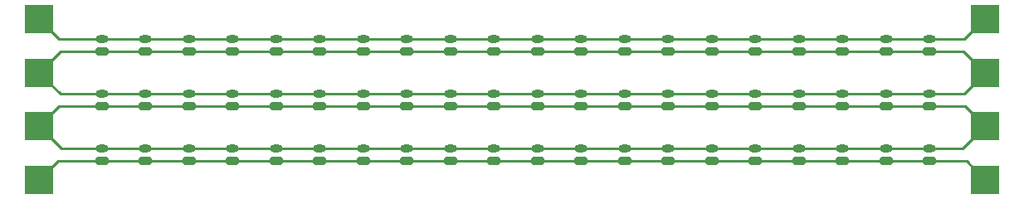
<source format=gbr>
%TF.GenerationSoftware,KiCad,Pcbnew,(6.0.2)*%
%TF.CreationDate,2022-04-10T16:39:50+09:00*%
%TF.ProjectId,battery_array,62617474-6572-4795-9f61-727261792e6b,rev?*%
%TF.SameCoordinates,Original*%
%TF.FileFunction,Copper,L1,Top*%
%TF.FilePolarity,Positive*%
%FSLAX46Y46*%
G04 Gerber Fmt 4.6, Leading zero omitted, Abs format (unit mm)*
G04 Created by KiCad (PCBNEW (6.0.2)) date 2022-04-10 16:39:50*
%MOMM*%
%LPD*%
G01*
G04 APERTURE LIST*
G04 Aperture macros list*
%AMRoundRect*
0 Rectangle with rounded corners*
0 $1 Rounding radius*
0 $2 $3 $4 $5 $6 $7 $8 $9 X,Y pos of 4 corners*
0 Add a 4 corners polygon primitive as box body*
4,1,4,$2,$3,$4,$5,$6,$7,$8,$9,$2,$3,0*
0 Add four circle primitives for the rounded corners*
1,1,$1+$1,$2,$3*
1,1,$1+$1,$4,$5*
1,1,$1+$1,$6,$7*
1,1,$1+$1,$8,$9*
0 Add four rect primitives between the rounded corners*
20,1,$1+$1,$2,$3,$4,$5,0*
20,1,$1+$1,$4,$5,$6,$7,0*
20,1,$1+$1,$6,$7,$8,$9,0*
20,1,$1+$1,$8,$9,$2,$3,0*%
G04 Aperture macros list end*
%TA.AperFunction,ComponentPad*%
%ADD10RoundRect,0.200000X0.450000X-0.200000X0.450000X0.200000X-0.450000X0.200000X-0.450000X-0.200000X0*%
%TD*%
%TA.AperFunction,ComponentPad*%
%ADD11O,1.300000X0.800000*%
%TD*%
%TA.AperFunction,ComponentPad*%
%ADD12R,3.000000X3.000000*%
%TD*%
%TA.AperFunction,Conductor*%
%ADD13C,0.250000*%
%TD*%
G04 APERTURE END LIST*
D10*
%TO.P,J8,1,Pin_1*%
%TO.N,Net-(H2-Pad1)*%
X119068000Y-97653000D03*
D11*
%TO.P,J8,2,Pin_2*%
%TO.N,Net-(H3-Pad1)*%
X119068000Y-96403000D03*
%TD*%
D10*
%TO.P,J5,1,Pin_1*%
%TO.N,Net-(H2-Pad1)*%
X114623000Y-97653000D03*
D11*
%TO.P,J5,2,Pin_2*%
%TO.N,Net-(H3-Pad1)*%
X114623000Y-96403000D03*
%TD*%
D10*
%TO.P,J59,1,Pin_1*%
%TO.N,Net-(H2-Pad1)*%
X194633000Y-97653000D03*
D11*
%TO.P,J59,2,Pin_2*%
%TO.N,Net-(H3-Pad1)*%
X194633000Y-96403000D03*
%TD*%
D10*
%TO.P,J25,1,Pin_1*%
%TO.N,Net-(H1-Pad1)*%
X145738000Y-103241000D03*
D11*
%TO.P,J25,2,Pin_2*%
%TO.N,Net-(H2-Pad1)*%
X145738000Y-101991000D03*
%TD*%
D10*
%TO.P,J19,1,Pin_1*%
%TO.N,Net-(H1-Pad1)*%
X136848000Y-103241000D03*
D11*
%TO.P,J19,2,Pin_2*%
%TO.N,Net-(H2-Pad1)*%
X136848000Y-101991000D03*
%TD*%
D10*
%TO.P,J20,1,Pin_1*%
%TO.N,Net-(H2-Pad1)*%
X136848000Y-97653000D03*
D11*
%TO.P,J20,2,Pin_2*%
%TO.N,Net-(H3-Pad1)*%
X136848000Y-96403000D03*
%TD*%
D10*
%TO.P,J32,1,Pin_1*%
%TO.N,Net-(H2-Pad1)*%
X154628000Y-97653000D03*
D11*
%TO.P,J32,2,Pin_2*%
%TO.N,Net-(H3-Pad1)*%
X154628000Y-96403000D03*
%TD*%
D10*
%TO.P,J14,1,Pin_1*%
%TO.N,Net-(H2-Pad1)*%
X127958000Y-97653000D03*
D11*
%TO.P,J14,2,Pin_2*%
%TO.N,Net-(H3-Pad1)*%
X127958000Y-96403000D03*
%TD*%
D10*
%TO.P,J55,1,Pin_1*%
%TO.N,Net-(H1-Pad1)*%
X190188000Y-103241000D03*
D11*
%TO.P,J55,2,Pin_2*%
%TO.N,Net-(H2-Pad1)*%
X190188000Y-101991000D03*
%TD*%
D10*
%TO.P,J42,1,Pin_1*%
%TO.N,Net-(H3-Pad1)*%
X167963000Y-92065000D03*
D11*
%TO.P,J42,2,Pin_2*%
%TO.N,Net-(H4-Pad1)*%
X167963000Y-90815000D03*
%TD*%
D10*
%TO.P,J10,1,Pin_1*%
%TO.N,Net-(H1-Pad1)*%
X123513000Y-103241000D03*
D11*
%TO.P,J10,2,Pin_2*%
%TO.N,Net-(H2-Pad1)*%
X123513000Y-101991000D03*
%TD*%
D10*
%TO.P,J16,1,Pin_1*%
%TO.N,Net-(H1-Pad1)*%
X132403000Y-103241000D03*
D11*
%TO.P,J16,2,Pin_2*%
%TO.N,Net-(H2-Pad1)*%
X132403000Y-101991000D03*
%TD*%
D10*
%TO.P,J53,1,Pin_1*%
%TO.N,Net-(H2-Pad1)*%
X185743000Y-97653000D03*
D11*
%TO.P,J53,2,Pin_2*%
%TO.N,Net-(H3-Pad1)*%
X185743000Y-96403000D03*
%TD*%
D12*
%TO.P,H3,1,1*%
%TO.N,Net-(H3-Pad1)*%
X200270294Y-94234000D03*
%TD*%
%TO.P,H5,1,1*%
%TO.N,Net-(H1-Pad1)*%
X103759000Y-105156000D03*
%TD*%
D10*
%TO.P,J27,1,Pin_1*%
%TO.N,Net-(H3-Pad1)*%
X145738000Y-92065000D03*
D11*
%TO.P,J27,2,Pin_2*%
%TO.N,Net-(H4-Pad1)*%
X145738000Y-90815000D03*
%TD*%
D10*
%TO.P,J18,1,Pin_1*%
%TO.N,Net-(H3-Pad1)*%
X132403000Y-92065000D03*
D11*
%TO.P,J18,2,Pin_2*%
%TO.N,Net-(H4-Pad1)*%
X132403000Y-90815000D03*
%TD*%
D10*
%TO.P,J52,1,Pin_1*%
%TO.N,Net-(H1-Pad1)*%
X185743000Y-103241000D03*
D11*
%TO.P,J52,2,Pin_2*%
%TO.N,Net-(H2-Pad1)*%
X185743000Y-101991000D03*
%TD*%
D10*
%TO.P,J31,1,Pin_1*%
%TO.N,Net-(H1-Pad1)*%
X154628000Y-103241000D03*
D11*
%TO.P,J31,2,Pin_2*%
%TO.N,Net-(H2-Pad1)*%
X154628000Y-101991000D03*
%TD*%
D10*
%TO.P,J44,1,Pin_1*%
%TO.N,Net-(H2-Pad1)*%
X172408000Y-97653000D03*
D11*
%TO.P,J44,2,Pin_2*%
%TO.N,Net-(H3-Pad1)*%
X172408000Y-96403000D03*
%TD*%
D10*
%TO.P,J21,1,Pin_1*%
%TO.N,Net-(H3-Pad1)*%
X136848000Y-92065000D03*
D11*
%TO.P,J21,2,Pin_2*%
%TO.N,Net-(H4-Pad1)*%
X136848000Y-90815000D03*
%TD*%
D10*
%TO.P,J58,1,Pin_1*%
%TO.N,Net-(H1-Pad1)*%
X194633000Y-103241000D03*
D11*
%TO.P,J58,2,Pin_2*%
%TO.N,Net-(H2-Pad1)*%
X194633000Y-101991000D03*
%TD*%
D10*
%TO.P,J13,1,Pin_1*%
%TO.N,Net-(H1-Pad1)*%
X127958000Y-103241000D03*
D11*
%TO.P,J13,2,Pin_2*%
%TO.N,Net-(H2-Pad1)*%
X127958000Y-101991000D03*
%TD*%
D10*
%TO.P,J23,1,Pin_1*%
%TO.N,Net-(H2-Pad1)*%
X141293000Y-97653000D03*
D11*
%TO.P,J23,2,Pin_2*%
%TO.N,Net-(H3-Pad1)*%
X141293000Y-96403000D03*
%TD*%
D10*
%TO.P,J41,1,Pin_1*%
%TO.N,Net-(H2-Pad1)*%
X167963000Y-97653000D03*
D11*
%TO.P,J41,2,Pin_2*%
%TO.N,Net-(H3-Pad1)*%
X167963000Y-96403000D03*
%TD*%
D10*
%TO.P,J51,1,Pin_1*%
%TO.N,Net-(H3-Pad1)*%
X181298000Y-92065000D03*
D11*
%TO.P,J51,2,Pin_2*%
%TO.N,Net-(H4-Pad1)*%
X181298000Y-90815000D03*
%TD*%
D10*
%TO.P,J11,1,Pin_1*%
%TO.N,Net-(H2-Pad1)*%
X123513000Y-97653000D03*
D11*
%TO.P,J11,2,Pin_2*%
%TO.N,Net-(H3-Pad1)*%
X123513000Y-96403000D03*
%TD*%
D10*
%TO.P,J54,1,Pin_1*%
%TO.N,Net-(H3-Pad1)*%
X185743000Y-92065000D03*
D11*
%TO.P,J54,2,Pin_2*%
%TO.N,Net-(H4-Pad1)*%
X185743000Y-90815000D03*
%TD*%
D10*
%TO.P,J2,1,Pin_1*%
%TO.N,Net-(H2-Pad1)*%
X110178000Y-97653000D03*
D11*
%TO.P,J2,2,Pin_2*%
%TO.N,Net-(H3-Pad1)*%
X110178000Y-96403000D03*
%TD*%
D12*
%TO.P,H1,1,1*%
%TO.N,Net-(H1-Pad1)*%
X200270294Y-105156000D03*
%TD*%
D10*
%TO.P,J17,1,Pin_1*%
%TO.N,Net-(H2-Pad1)*%
X132403000Y-97653000D03*
D11*
%TO.P,J17,2,Pin_2*%
%TO.N,Net-(H3-Pad1)*%
X132403000Y-96403000D03*
%TD*%
D10*
%TO.P,J35,1,Pin_1*%
%TO.N,Net-(H2-Pad1)*%
X159073000Y-97653000D03*
D11*
%TO.P,J35,2,Pin_2*%
%TO.N,Net-(H3-Pad1)*%
X159073000Y-96403000D03*
%TD*%
D12*
%TO.P,H6,1,1*%
%TO.N,Net-(H2-Pad1)*%
X103759000Y-99695000D03*
%TD*%
D10*
%TO.P,J43,1,Pin_1*%
%TO.N,Net-(H1-Pad1)*%
X172408000Y-103241000D03*
D11*
%TO.P,J43,2,Pin_2*%
%TO.N,Net-(H2-Pad1)*%
X172408000Y-101991000D03*
%TD*%
D12*
%TO.P,H8,1,1*%
%TO.N,Net-(H4-Pad1)*%
X103759000Y-88773000D03*
%TD*%
D10*
%TO.P,J24,1,Pin_1*%
%TO.N,Net-(H3-Pad1)*%
X141293000Y-92065000D03*
D11*
%TO.P,J24,2,Pin_2*%
%TO.N,Net-(H4-Pad1)*%
X141293000Y-90815000D03*
%TD*%
D10*
%TO.P,J56,1,Pin_1*%
%TO.N,Net-(H2-Pad1)*%
X190188000Y-97653000D03*
D11*
%TO.P,J56,2,Pin_2*%
%TO.N,Net-(H3-Pad1)*%
X190188000Y-96403000D03*
%TD*%
D10*
%TO.P,J39,1,Pin_1*%
%TO.N,Net-(H3-Pad1)*%
X163518000Y-92065000D03*
D11*
%TO.P,J39,2,Pin_2*%
%TO.N,Net-(H4-Pad1)*%
X163518000Y-90815000D03*
%TD*%
D10*
%TO.P,J47,1,Pin_1*%
%TO.N,Net-(H2-Pad1)*%
X176853000Y-97653000D03*
D11*
%TO.P,J47,2,Pin_2*%
%TO.N,Net-(H3-Pad1)*%
X176853000Y-96403000D03*
%TD*%
D10*
%TO.P,J28,1,Pin_1*%
%TO.N,Net-(H1-Pad1)*%
X150183000Y-103241000D03*
D11*
%TO.P,J28,2,Pin_2*%
%TO.N,Net-(H2-Pad1)*%
X150183000Y-101991000D03*
%TD*%
D10*
%TO.P,J36,1,Pin_1*%
%TO.N,Net-(H3-Pad1)*%
X159073000Y-92065000D03*
D11*
%TO.P,J36,2,Pin_2*%
%TO.N,Net-(H4-Pad1)*%
X159073000Y-90815000D03*
%TD*%
D12*
%TO.P,H2,1,1*%
%TO.N,Net-(H2-Pad1)*%
X200270294Y-99695000D03*
%TD*%
D10*
%TO.P,J30,1,Pin_1*%
%TO.N,Net-(H3-Pad1)*%
X150183000Y-92065000D03*
D11*
%TO.P,J30,2,Pin_2*%
%TO.N,Net-(H4-Pad1)*%
X150183000Y-90815000D03*
%TD*%
D10*
%TO.P,J9,1,Pin_1*%
%TO.N,Net-(H3-Pad1)*%
X119068000Y-92065000D03*
D11*
%TO.P,J9,2,Pin_2*%
%TO.N,Net-(H4-Pad1)*%
X119068000Y-90815000D03*
%TD*%
D10*
%TO.P,J15,1,Pin_1*%
%TO.N,Net-(H3-Pad1)*%
X127958000Y-92065000D03*
D11*
%TO.P,J15,2,Pin_2*%
%TO.N,Net-(H4-Pad1)*%
X127958000Y-90815000D03*
%TD*%
D10*
%TO.P,J46,1,Pin_1*%
%TO.N,Net-(H1-Pad1)*%
X176853000Y-103241000D03*
D11*
%TO.P,J46,2,Pin_2*%
%TO.N,Net-(H2-Pad1)*%
X176853000Y-101991000D03*
%TD*%
D10*
%TO.P,J26,1,Pin_1*%
%TO.N,Net-(H2-Pad1)*%
X145738000Y-97653000D03*
D11*
%TO.P,J26,2,Pin_2*%
%TO.N,Net-(H3-Pad1)*%
X145738000Y-96403000D03*
%TD*%
D12*
%TO.P,H7,1,1*%
%TO.N,Net-(H3-Pad1)*%
X103759000Y-94234000D03*
%TD*%
D10*
%TO.P,J60,1,Pin_1*%
%TO.N,Net-(H3-Pad1)*%
X194633000Y-92065000D03*
D11*
%TO.P,J60,2,Pin_2*%
%TO.N,Net-(H4-Pad1)*%
X194633000Y-90815000D03*
%TD*%
D10*
%TO.P,J7,1,Pin_1*%
%TO.N,Net-(H1-Pad1)*%
X119068000Y-103241000D03*
D11*
%TO.P,J7,2,Pin_2*%
%TO.N,Net-(H2-Pad1)*%
X119068000Y-101991000D03*
%TD*%
D10*
%TO.P,J3,1,Pin_1*%
%TO.N,Net-(H3-Pad1)*%
X110178000Y-92065000D03*
D11*
%TO.P,J3,2,Pin_2*%
%TO.N,Net-(H4-Pad1)*%
X110178000Y-90815000D03*
%TD*%
D10*
%TO.P,J22,1,Pin_1*%
%TO.N,Net-(H1-Pad1)*%
X141293000Y-103241000D03*
D11*
%TO.P,J22,2,Pin_2*%
%TO.N,Net-(H2-Pad1)*%
X141293000Y-101991000D03*
%TD*%
D10*
%TO.P,J40,1,Pin_1*%
%TO.N,Net-(H1-Pad1)*%
X167963000Y-103241000D03*
D11*
%TO.P,J40,2,Pin_2*%
%TO.N,Net-(H2-Pad1)*%
X167963000Y-101991000D03*
%TD*%
D10*
%TO.P,J34,1,Pin_1*%
%TO.N,Net-(H1-Pad1)*%
X159073000Y-103241000D03*
D11*
%TO.P,J34,2,Pin_2*%
%TO.N,Net-(H2-Pad1)*%
X159073000Y-101991000D03*
%TD*%
D10*
%TO.P,J29,1,Pin_1*%
%TO.N,Net-(H2-Pad1)*%
X150183000Y-97653000D03*
D11*
%TO.P,J29,2,Pin_2*%
%TO.N,Net-(H3-Pad1)*%
X150183000Y-96403000D03*
%TD*%
D10*
%TO.P,J38,1,Pin_1*%
%TO.N,Net-(H2-Pad1)*%
X163518000Y-97653000D03*
D11*
%TO.P,J38,2,Pin_2*%
%TO.N,Net-(H3-Pad1)*%
X163518000Y-96403000D03*
%TD*%
D10*
%TO.P,J6,1,Pin_1*%
%TO.N,Net-(H3-Pad1)*%
X114623000Y-92065000D03*
D11*
%TO.P,J6,2,Pin_2*%
%TO.N,Net-(H4-Pad1)*%
X114623000Y-90815000D03*
%TD*%
D10*
%TO.P,J1,1,Pin_1*%
%TO.N,Net-(H1-Pad1)*%
X110178000Y-103241000D03*
D11*
%TO.P,J1,2,Pin_2*%
%TO.N,Net-(H2-Pad1)*%
X110178000Y-101991000D03*
%TD*%
D10*
%TO.P,J49,1,Pin_1*%
%TO.N,Net-(H1-Pad1)*%
X181298000Y-103241000D03*
D11*
%TO.P,J49,2,Pin_2*%
%TO.N,Net-(H2-Pad1)*%
X181298000Y-101991000D03*
%TD*%
D10*
%TO.P,J33,1,Pin_1*%
%TO.N,Net-(H3-Pad1)*%
X154628000Y-92065000D03*
D11*
%TO.P,J33,2,Pin_2*%
%TO.N,Net-(H4-Pad1)*%
X154628000Y-90815000D03*
%TD*%
D12*
%TO.P,H4,1,1*%
%TO.N,Net-(H4-Pad1)*%
X200270294Y-88773000D03*
%TD*%
D10*
%TO.P,J50,1,Pin_1*%
%TO.N,Net-(H2-Pad1)*%
X181298000Y-97653000D03*
D11*
%TO.P,J50,2,Pin_2*%
%TO.N,Net-(H3-Pad1)*%
X181298000Y-96403000D03*
%TD*%
D10*
%TO.P,J12,1,Pin_1*%
%TO.N,Net-(H3-Pad1)*%
X123513000Y-92065000D03*
D11*
%TO.P,J12,2,Pin_2*%
%TO.N,Net-(H4-Pad1)*%
X123513000Y-90815000D03*
%TD*%
D10*
%TO.P,J37,1,Pin_1*%
%TO.N,Net-(H1-Pad1)*%
X163518000Y-103241000D03*
D11*
%TO.P,J37,2,Pin_2*%
%TO.N,Net-(H2-Pad1)*%
X163518000Y-101991000D03*
%TD*%
D10*
%TO.P,J45,1,Pin_1*%
%TO.N,Net-(H3-Pad1)*%
X172408000Y-92065000D03*
D11*
%TO.P,J45,2,Pin_2*%
%TO.N,Net-(H4-Pad1)*%
X172408000Y-90815000D03*
%TD*%
D10*
%TO.P,J4,1,Pin_1*%
%TO.N,Net-(H1-Pad1)*%
X114623000Y-103241000D03*
D11*
%TO.P,J4,2,Pin_2*%
%TO.N,Net-(H2-Pad1)*%
X114623000Y-101991000D03*
%TD*%
D10*
%TO.P,J48,1,Pin_1*%
%TO.N,Net-(H3-Pad1)*%
X176853000Y-92065000D03*
D11*
%TO.P,J48,2,Pin_2*%
%TO.N,Net-(H4-Pad1)*%
X176853000Y-90815000D03*
%TD*%
D10*
%TO.P,J57,1,Pin_1*%
%TO.N,Net-(H3-Pad1)*%
X190188000Y-92065000D03*
D11*
%TO.P,J57,2,Pin_2*%
%TO.N,Net-(H4-Pad1)*%
X190188000Y-90815000D03*
%TD*%
D13*
%TO.N,Net-(H1-Pad1)*%
X198365294Y-103251000D02*
X110188000Y-103251000D01*
X105674000Y-103241000D02*
X110178000Y-103241000D01*
X110188000Y-103251000D02*
X110178000Y-103241000D01*
X103759000Y-105156000D02*
X105674000Y-103241000D01*
X200270294Y-105156000D02*
X198365294Y-103251000D01*
%TO.N,Net-(H2-Pad1)*%
X110168000Y-101981000D02*
X110178000Y-101991000D01*
X106045000Y-101981000D02*
X110168000Y-101981000D01*
X200270294Y-99695000D02*
X198228294Y-97653000D01*
X110188000Y-101981000D02*
X197984294Y-101981000D01*
X103759000Y-99695000D02*
X106045000Y-101981000D01*
X197984294Y-101981000D02*
X200270294Y-99695000D01*
X198228294Y-97653000D02*
X110178000Y-97653000D01*
X103759000Y-99695000D02*
X105801000Y-97653000D01*
X110178000Y-101991000D02*
X110188000Y-101981000D01*
X105801000Y-97653000D02*
X110178000Y-97653000D01*
%TO.N,Net-(H3-Pad1)*%
X110178000Y-92065000D02*
X198101294Y-92065000D01*
X198101294Y-92065000D02*
X200270294Y-94234000D01*
X105928000Y-96403000D02*
X110178000Y-96403000D01*
X103759000Y-94234000D02*
X105928000Y-92065000D01*
X200270294Y-94234000D02*
X198111294Y-96393000D01*
X105928000Y-92065000D02*
X110178000Y-92065000D01*
X198111294Y-96393000D02*
X110188000Y-96393000D01*
X103759000Y-94234000D02*
X105928000Y-96403000D01*
X110188000Y-96393000D02*
X110178000Y-96403000D01*
%TO.N,Net-(H4-Pad1)*%
X105801000Y-90815000D02*
X103759000Y-88773000D01*
X110178000Y-90815000D02*
X198169147Y-90815000D01*
X110178000Y-90815000D02*
X105801000Y-90815000D01*
X198169147Y-90815000D02*
X200211147Y-88773000D01*
X200211147Y-88773000D02*
X200270294Y-88773000D01*
%TD*%
M02*

</source>
